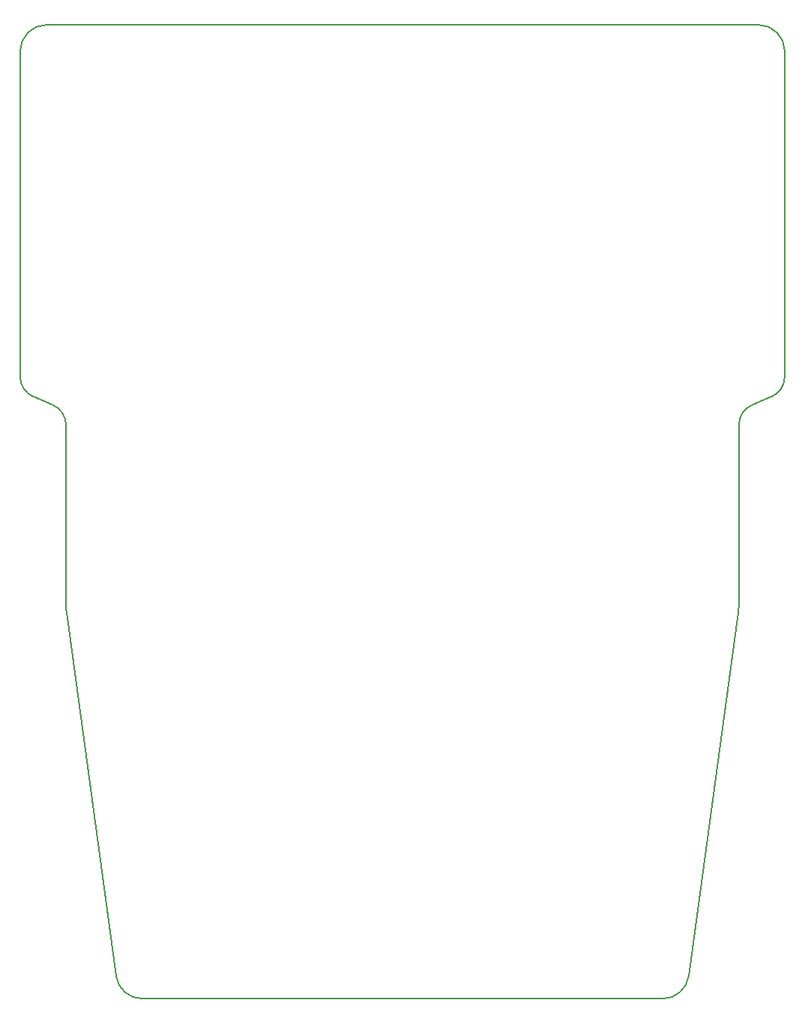
<source format=gbr>
G04 #@! TF.GenerationSoftware,KiCad,Pcbnew,(5.0.0-3-g5ebb6b6)*
G04 #@! TF.CreationDate,2018-10-18T19:01:18-06:00*
G04 #@! TF.ProjectId,teensy_beats,7465656E73795F62656174732E6B6963,rev?*
G04 #@! TF.SameCoordinates,Original*
G04 #@! TF.FileFunction,Profile,NP*
%FSLAX46Y46*%
G04 Gerber Fmt 4.6, Leading zero omitted, Abs format (unit mm)*
G04 Created by KiCad (PCBNEW (5.0.0-3-g5ebb6b6)) date Thursday, October 18, 2018 at 07:01:18 PM*
%MOMM*%
%LPD*%
G01*
G04 APERTURE LIST*
%ADD10C,0.200000*%
G04 APERTURE END LIST*
D10*
X60465405Y-80193922D02*
G75*
G02X62000000Y-82500000I-965405J-2306078D01*
G01*
X58344595Y-79306078D02*
G75*
G02X56810000Y-77000000I965405J2306078D01*
G01*
X138000000Y-102940661D02*
G75*
G02X137954151Y-103616227I-5000000J0D01*
G01*
X62045849Y-103616227D02*
G75*
G02X62000000Y-102940661I4954151J675566D01*
G01*
X140190000Y-37280000D02*
X59810000Y-37280000D01*
X137954151Y-103616227D02*
X132353817Y-144685340D01*
X56810000Y-40280000D02*
X56810000Y-77000000D01*
X67646183Y-144685340D02*
X62045849Y-103616227D01*
X70618673Y-147280000D02*
X129381327Y-147280000D01*
X137999999Y-82500000D02*
G75*
G02X139534595Y-80193922I2500001J0D01*
G01*
X143190001Y-77000000D02*
G75*
G02X141655405Y-79306078I-2500001J0D01*
G01*
X143190000Y-77000000D02*
X143190000Y-40280000D01*
X138000000Y-102940661D02*
X138000000Y-82500000D01*
X56810000Y-40280000D02*
G75*
G02X59810000Y-37280000I3000000J0D01*
G01*
X62000000Y-102940661D02*
X62000000Y-82500000D01*
X140190000Y-37280000D02*
G75*
G02X143190000Y-40280000I0J-3000000D01*
G01*
X58344595Y-79306078D02*
X60465405Y-80193922D01*
X141655405Y-79306078D02*
X139534595Y-80193922D01*
X70618673Y-147280000D02*
G75*
G02X67646183Y-144685340I0J3000000D01*
G01*
X132353818Y-144685340D02*
G75*
G02X129381327Y-147280000I-2972491J405340D01*
G01*
M02*

</source>
